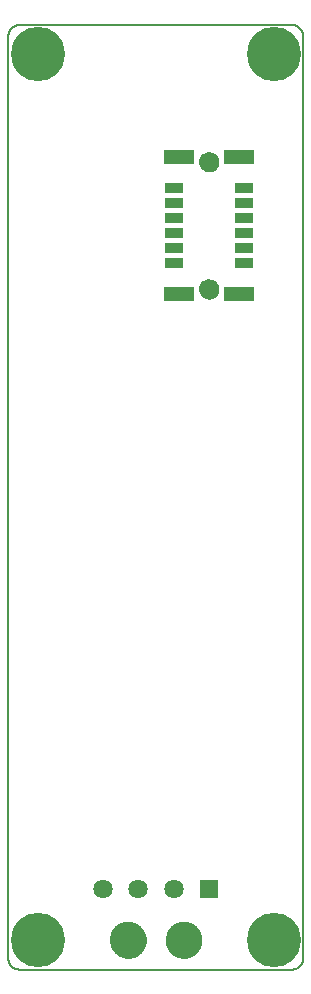
<source format=gbs>
G75*
%MOIN*%
%OFA0B0*%
%FSLAX25Y25*%
%IPPOS*%
%LPD*%
%AMOC8*
5,1,8,0,0,1.08239X$1,22.5*
%
%ADD10C,0.00500*%
%ADD11C,0.18117*%
%ADD12R,0.06306X0.03550*%
%ADD13R,0.10243X0.05124*%
%ADD14C,0.00000*%
%ADD15C,0.06699*%
%ADD16R,0.06424X0.06424*%
%ADD17C,0.06424*%
%ADD18C,0.12211*%
D10*
X0005000Y0013705D02*
X0005000Y0320791D01*
X0005002Y0320915D01*
X0005008Y0321038D01*
X0005017Y0321162D01*
X0005031Y0321284D01*
X0005048Y0321407D01*
X0005070Y0321529D01*
X0005095Y0321650D01*
X0005124Y0321770D01*
X0005156Y0321889D01*
X0005193Y0322008D01*
X0005233Y0322125D01*
X0005276Y0322240D01*
X0005324Y0322355D01*
X0005375Y0322467D01*
X0005429Y0322578D01*
X0005487Y0322688D01*
X0005548Y0322795D01*
X0005613Y0322901D01*
X0005681Y0323004D01*
X0005752Y0323105D01*
X0005826Y0323204D01*
X0005903Y0323301D01*
X0005984Y0323395D01*
X0006067Y0323486D01*
X0006153Y0323575D01*
X0006242Y0323661D01*
X0006333Y0323744D01*
X0006427Y0323825D01*
X0006524Y0323902D01*
X0006623Y0323976D01*
X0006724Y0324047D01*
X0006827Y0324115D01*
X0006933Y0324180D01*
X0007040Y0324241D01*
X0007150Y0324299D01*
X0007261Y0324353D01*
X0007373Y0324404D01*
X0007488Y0324452D01*
X0007603Y0324495D01*
X0007720Y0324535D01*
X0007839Y0324572D01*
X0007958Y0324604D01*
X0008078Y0324633D01*
X0008199Y0324658D01*
X0008321Y0324680D01*
X0008444Y0324697D01*
X0008566Y0324711D01*
X0008690Y0324720D01*
X0008813Y0324726D01*
X0008937Y0324728D01*
X0099488Y0324728D01*
X0099612Y0324726D01*
X0099735Y0324720D01*
X0099859Y0324711D01*
X0099981Y0324697D01*
X0100104Y0324680D01*
X0100226Y0324658D01*
X0100347Y0324633D01*
X0100467Y0324604D01*
X0100586Y0324572D01*
X0100705Y0324535D01*
X0100822Y0324495D01*
X0100937Y0324452D01*
X0101052Y0324404D01*
X0101164Y0324353D01*
X0101275Y0324299D01*
X0101385Y0324241D01*
X0101492Y0324180D01*
X0101598Y0324115D01*
X0101701Y0324047D01*
X0101802Y0323976D01*
X0101901Y0323902D01*
X0101998Y0323825D01*
X0102092Y0323744D01*
X0102183Y0323661D01*
X0102272Y0323575D01*
X0102358Y0323486D01*
X0102441Y0323395D01*
X0102522Y0323301D01*
X0102599Y0323204D01*
X0102673Y0323105D01*
X0102744Y0323004D01*
X0102812Y0322901D01*
X0102877Y0322795D01*
X0102938Y0322688D01*
X0102996Y0322578D01*
X0103050Y0322467D01*
X0103101Y0322355D01*
X0103149Y0322240D01*
X0103192Y0322125D01*
X0103232Y0322008D01*
X0103269Y0321889D01*
X0103301Y0321770D01*
X0103330Y0321650D01*
X0103355Y0321529D01*
X0103377Y0321407D01*
X0103394Y0321284D01*
X0103408Y0321162D01*
X0103417Y0321038D01*
X0103423Y0320915D01*
X0103425Y0320791D01*
X0103425Y0013705D01*
X0103423Y0013581D01*
X0103417Y0013458D01*
X0103408Y0013334D01*
X0103394Y0013212D01*
X0103377Y0013089D01*
X0103355Y0012967D01*
X0103330Y0012846D01*
X0103301Y0012726D01*
X0103269Y0012607D01*
X0103232Y0012488D01*
X0103192Y0012371D01*
X0103149Y0012256D01*
X0103101Y0012141D01*
X0103050Y0012029D01*
X0102996Y0011918D01*
X0102938Y0011808D01*
X0102877Y0011701D01*
X0102812Y0011595D01*
X0102744Y0011492D01*
X0102673Y0011391D01*
X0102599Y0011292D01*
X0102522Y0011195D01*
X0102441Y0011101D01*
X0102358Y0011010D01*
X0102272Y0010921D01*
X0102183Y0010835D01*
X0102092Y0010752D01*
X0101998Y0010671D01*
X0101901Y0010594D01*
X0101802Y0010520D01*
X0101701Y0010449D01*
X0101598Y0010381D01*
X0101492Y0010316D01*
X0101385Y0010255D01*
X0101275Y0010197D01*
X0101164Y0010143D01*
X0101052Y0010092D01*
X0100937Y0010044D01*
X0100822Y0010001D01*
X0100705Y0009961D01*
X0100586Y0009924D01*
X0100467Y0009892D01*
X0100347Y0009863D01*
X0100226Y0009838D01*
X0100104Y0009816D01*
X0099981Y0009799D01*
X0099859Y0009785D01*
X0099735Y0009776D01*
X0099612Y0009770D01*
X0099488Y0009768D01*
X0008937Y0009768D01*
X0008813Y0009770D01*
X0008690Y0009776D01*
X0008566Y0009785D01*
X0008444Y0009799D01*
X0008321Y0009816D01*
X0008199Y0009838D01*
X0008078Y0009863D01*
X0007958Y0009892D01*
X0007839Y0009924D01*
X0007720Y0009961D01*
X0007603Y0010001D01*
X0007488Y0010044D01*
X0007373Y0010092D01*
X0007261Y0010143D01*
X0007150Y0010197D01*
X0007040Y0010255D01*
X0006933Y0010316D01*
X0006827Y0010381D01*
X0006724Y0010449D01*
X0006623Y0010520D01*
X0006524Y0010594D01*
X0006427Y0010671D01*
X0006333Y0010752D01*
X0006242Y0010835D01*
X0006153Y0010921D01*
X0006067Y0011010D01*
X0005984Y0011101D01*
X0005903Y0011195D01*
X0005826Y0011292D01*
X0005752Y0011391D01*
X0005681Y0011492D01*
X0005613Y0011595D01*
X0005548Y0011701D01*
X0005487Y0011808D01*
X0005429Y0011918D01*
X0005375Y0012029D01*
X0005324Y0012141D01*
X0005276Y0012256D01*
X0005233Y0012371D01*
X0005193Y0012488D01*
X0005156Y0012607D01*
X0005124Y0012726D01*
X0005095Y0012846D01*
X0005070Y0012967D01*
X0005048Y0013089D01*
X0005031Y0013212D01*
X0005017Y0013334D01*
X0005008Y0013458D01*
X0005002Y0013581D01*
X0005000Y0013705D01*
D11*
X0014843Y0019610D03*
X0093583Y0019610D03*
X0093583Y0314886D03*
X0014843Y0314886D03*
D12*
X0060315Y0270260D03*
X0060315Y0265260D03*
X0060315Y0260260D03*
X0060315Y0255260D03*
X0060315Y0250260D03*
X0060315Y0245260D03*
X0083543Y0245260D03*
X0083543Y0250260D03*
X0083543Y0255260D03*
X0083543Y0260260D03*
X0083543Y0265260D03*
X0083543Y0270260D03*
D13*
X0081969Y0280634D03*
X0081969Y0234965D03*
X0061890Y0234965D03*
X0061890Y0280634D03*
D14*
X0068779Y0279000D02*
X0068781Y0279112D01*
X0068787Y0279223D01*
X0068797Y0279335D01*
X0068811Y0279446D01*
X0068828Y0279556D01*
X0068850Y0279666D01*
X0068876Y0279775D01*
X0068905Y0279883D01*
X0068938Y0279989D01*
X0068975Y0280095D01*
X0069016Y0280199D01*
X0069061Y0280302D01*
X0069109Y0280403D01*
X0069160Y0280502D01*
X0069215Y0280599D01*
X0069274Y0280694D01*
X0069335Y0280788D01*
X0069400Y0280879D01*
X0069469Y0280967D01*
X0069540Y0281053D01*
X0069614Y0281137D01*
X0069692Y0281217D01*
X0069772Y0281295D01*
X0069855Y0281371D01*
X0069940Y0281443D01*
X0070028Y0281512D01*
X0070118Y0281578D01*
X0070211Y0281640D01*
X0070306Y0281700D01*
X0070403Y0281756D01*
X0070501Y0281808D01*
X0070602Y0281857D01*
X0070704Y0281902D01*
X0070808Y0281944D01*
X0070913Y0281982D01*
X0071020Y0282016D01*
X0071127Y0282046D01*
X0071236Y0282073D01*
X0071345Y0282095D01*
X0071456Y0282114D01*
X0071566Y0282129D01*
X0071678Y0282140D01*
X0071789Y0282147D01*
X0071901Y0282150D01*
X0072013Y0282149D01*
X0072125Y0282144D01*
X0072236Y0282135D01*
X0072347Y0282122D01*
X0072458Y0282105D01*
X0072568Y0282085D01*
X0072677Y0282060D01*
X0072785Y0282032D01*
X0072892Y0281999D01*
X0072998Y0281963D01*
X0073102Y0281923D01*
X0073205Y0281880D01*
X0073307Y0281833D01*
X0073406Y0281782D01*
X0073504Y0281728D01*
X0073600Y0281670D01*
X0073694Y0281609D01*
X0073785Y0281545D01*
X0073874Y0281478D01*
X0073961Y0281407D01*
X0074045Y0281333D01*
X0074127Y0281257D01*
X0074205Y0281177D01*
X0074281Y0281095D01*
X0074354Y0281010D01*
X0074424Y0280923D01*
X0074490Y0280833D01*
X0074554Y0280741D01*
X0074614Y0280647D01*
X0074671Y0280551D01*
X0074724Y0280452D01*
X0074774Y0280352D01*
X0074820Y0280251D01*
X0074863Y0280147D01*
X0074902Y0280042D01*
X0074937Y0279936D01*
X0074968Y0279829D01*
X0074996Y0279720D01*
X0075019Y0279611D01*
X0075039Y0279501D01*
X0075055Y0279390D01*
X0075067Y0279279D01*
X0075075Y0279168D01*
X0075079Y0279056D01*
X0075079Y0278944D01*
X0075075Y0278832D01*
X0075067Y0278721D01*
X0075055Y0278610D01*
X0075039Y0278499D01*
X0075019Y0278389D01*
X0074996Y0278280D01*
X0074968Y0278171D01*
X0074937Y0278064D01*
X0074902Y0277958D01*
X0074863Y0277853D01*
X0074820Y0277749D01*
X0074774Y0277648D01*
X0074724Y0277548D01*
X0074671Y0277449D01*
X0074614Y0277353D01*
X0074554Y0277259D01*
X0074490Y0277167D01*
X0074424Y0277077D01*
X0074354Y0276990D01*
X0074281Y0276905D01*
X0074205Y0276823D01*
X0074127Y0276743D01*
X0074045Y0276667D01*
X0073961Y0276593D01*
X0073874Y0276522D01*
X0073785Y0276455D01*
X0073694Y0276391D01*
X0073600Y0276330D01*
X0073504Y0276272D01*
X0073406Y0276218D01*
X0073307Y0276167D01*
X0073205Y0276120D01*
X0073102Y0276077D01*
X0072998Y0276037D01*
X0072892Y0276001D01*
X0072785Y0275968D01*
X0072677Y0275940D01*
X0072568Y0275915D01*
X0072458Y0275895D01*
X0072347Y0275878D01*
X0072236Y0275865D01*
X0072125Y0275856D01*
X0072013Y0275851D01*
X0071901Y0275850D01*
X0071789Y0275853D01*
X0071678Y0275860D01*
X0071566Y0275871D01*
X0071456Y0275886D01*
X0071345Y0275905D01*
X0071236Y0275927D01*
X0071127Y0275954D01*
X0071020Y0275984D01*
X0070913Y0276018D01*
X0070808Y0276056D01*
X0070704Y0276098D01*
X0070602Y0276143D01*
X0070501Y0276192D01*
X0070403Y0276244D01*
X0070306Y0276300D01*
X0070211Y0276360D01*
X0070118Y0276422D01*
X0070028Y0276488D01*
X0069940Y0276557D01*
X0069855Y0276629D01*
X0069772Y0276705D01*
X0069692Y0276783D01*
X0069614Y0276863D01*
X0069540Y0276947D01*
X0069469Y0277033D01*
X0069400Y0277121D01*
X0069335Y0277212D01*
X0069274Y0277306D01*
X0069215Y0277401D01*
X0069160Y0277498D01*
X0069109Y0277597D01*
X0069061Y0277698D01*
X0069016Y0277801D01*
X0068975Y0277905D01*
X0068938Y0278011D01*
X0068905Y0278117D01*
X0068876Y0278225D01*
X0068850Y0278334D01*
X0068828Y0278444D01*
X0068811Y0278554D01*
X0068797Y0278665D01*
X0068787Y0278777D01*
X0068781Y0278888D01*
X0068779Y0279000D01*
X0068781Y0279112D01*
X0068787Y0279223D01*
X0068797Y0279335D01*
X0068811Y0279446D01*
X0068828Y0279556D01*
X0068850Y0279666D01*
X0068876Y0279775D01*
X0068905Y0279883D01*
X0068938Y0279989D01*
X0068975Y0280095D01*
X0069016Y0280199D01*
X0069061Y0280302D01*
X0069109Y0280403D01*
X0069160Y0280502D01*
X0069215Y0280599D01*
X0069274Y0280694D01*
X0069335Y0280788D01*
X0069400Y0280879D01*
X0069469Y0280967D01*
X0069540Y0281053D01*
X0069614Y0281137D01*
X0069692Y0281217D01*
X0069772Y0281295D01*
X0069855Y0281371D01*
X0069940Y0281443D01*
X0070028Y0281512D01*
X0070118Y0281578D01*
X0070211Y0281640D01*
X0070306Y0281700D01*
X0070403Y0281756D01*
X0070501Y0281808D01*
X0070602Y0281857D01*
X0070704Y0281902D01*
X0070808Y0281944D01*
X0070913Y0281982D01*
X0071020Y0282016D01*
X0071127Y0282046D01*
X0071236Y0282073D01*
X0071345Y0282095D01*
X0071456Y0282114D01*
X0071566Y0282129D01*
X0071678Y0282140D01*
X0071789Y0282147D01*
X0071901Y0282150D01*
X0072013Y0282149D01*
X0072125Y0282144D01*
X0072236Y0282135D01*
X0072347Y0282122D01*
X0072458Y0282105D01*
X0072568Y0282085D01*
X0072677Y0282060D01*
X0072785Y0282032D01*
X0072892Y0281999D01*
X0072998Y0281963D01*
X0073102Y0281923D01*
X0073205Y0281880D01*
X0073307Y0281833D01*
X0073406Y0281782D01*
X0073504Y0281728D01*
X0073600Y0281670D01*
X0073694Y0281609D01*
X0073785Y0281545D01*
X0073874Y0281478D01*
X0073961Y0281407D01*
X0074045Y0281333D01*
X0074127Y0281257D01*
X0074205Y0281177D01*
X0074281Y0281095D01*
X0074354Y0281010D01*
X0074424Y0280923D01*
X0074490Y0280833D01*
X0074554Y0280741D01*
X0074614Y0280647D01*
X0074671Y0280551D01*
X0074724Y0280452D01*
X0074774Y0280352D01*
X0074820Y0280251D01*
X0074863Y0280147D01*
X0074902Y0280042D01*
X0074937Y0279936D01*
X0074968Y0279829D01*
X0074996Y0279720D01*
X0075019Y0279611D01*
X0075039Y0279501D01*
X0075055Y0279390D01*
X0075067Y0279279D01*
X0075075Y0279168D01*
X0075079Y0279056D01*
X0075079Y0278944D01*
X0075075Y0278832D01*
X0075067Y0278721D01*
X0075055Y0278610D01*
X0075039Y0278499D01*
X0075019Y0278389D01*
X0074996Y0278280D01*
X0074968Y0278171D01*
X0074937Y0278064D01*
X0074902Y0277958D01*
X0074863Y0277853D01*
X0074820Y0277749D01*
X0074774Y0277648D01*
X0074724Y0277548D01*
X0074671Y0277449D01*
X0074614Y0277353D01*
X0074554Y0277259D01*
X0074490Y0277167D01*
X0074424Y0277077D01*
X0074354Y0276990D01*
X0074281Y0276905D01*
X0074205Y0276823D01*
X0074127Y0276743D01*
X0074045Y0276667D01*
X0073961Y0276593D01*
X0073874Y0276522D01*
X0073785Y0276455D01*
X0073694Y0276391D01*
X0073600Y0276330D01*
X0073504Y0276272D01*
X0073406Y0276218D01*
X0073307Y0276167D01*
X0073205Y0276120D01*
X0073102Y0276077D01*
X0072998Y0276037D01*
X0072892Y0276001D01*
X0072785Y0275968D01*
X0072677Y0275940D01*
X0072568Y0275915D01*
X0072458Y0275895D01*
X0072347Y0275878D01*
X0072236Y0275865D01*
X0072125Y0275856D01*
X0072013Y0275851D01*
X0071901Y0275850D01*
X0071789Y0275853D01*
X0071678Y0275860D01*
X0071566Y0275871D01*
X0071456Y0275886D01*
X0071345Y0275905D01*
X0071236Y0275927D01*
X0071127Y0275954D01*
X0071020Y0275984D01*
X0070913Y0276018D01*
X0070808Y0276056D01*
X0070704Y0276098D01*
X0070602Y0276143D01*
X0070501Y0276192D01*
X0070403Y0276244D01*
X0070306Y0276300D01*
X0070211Y0276360D01*
X0070118Y0276422D01*
X0070028Y0276488D01*
X0069940Y0276557D01*
X0069855Y0276629D01*
X0069772Y0276705D01*
X0069692Y0276783D01*
X0069614Y0276863D01*
X0069540Y0276947D01*
X0069469Y0277033D01*
X0069400Y0277121D01*
X0069335Y0277212D01*
X0069274Y0277306D01*
X0069215Y0277401D01*
X0069160Y0277498D01*
X0069109Y0277597D01*
X0069061Y0277698D01*
X0069016Y0277801D01*
X0068975Y0277905D01*
X0068938Y0278011D01*
X0068905Y0278117D01*
X0068876Y0278225D01*
X0068850Y0278334D01*
X0068828Y0278444D01*
X0068811Y0278554D01*
X0068797Y0278665D01*
X0068787Y0278777D01*
X0068781Y0278888D01*
X0068779Y0279000D01*
X0068779Y0236598D02*
X0068781Y0236710D01*
X0068787Y0236821D01*
X0068797Y0236933D01*
X0068811Y0237044D01*
X0068828Y0237154D01*
X0068850Y0237264D01*
X0068876Y0237373D01*
X0068905Y0237481D01*
X0068938Y0237587D01*
X0068975Y0237693D01*
X0069016Y0237797D01*
X0069061Y0237900D01*
X0069109Y0238001D01*
X0069160Y0238100D01*
X0069215Y0238197D01*
X0069274Y0238292D01*
X0069335Y0238386D01*
X0069400Y0238477D01*
X0069469Y0238565D01*
X0069540Y0238651D01*
X0069614Y0238735D01*
X0069692Y0238815D01*
X0069772Y0238893D01*
X0069855Y0238969D01*
X0069940Y0239041D01*
X0070028Y0239110D01*
X0070118Y0239176D01*
X0070211Y0239238D01*
X0070306Y0239298D01*
X0070403Y0239354D01*
X0070501Y0239406D01*
X0070602Y0239455D01*
X0070704Y0239500D01*
X0070808Y0239542D01*
X0070913Y0239580D01*
X0071020Y0239614D01*
X0071127Y0239644D01*
X0071236Y0239671D01*
X0071345Y0239693D01*
X0071456Y0239712D01*
X0071566Y0239727D01*
X0071678Y0239738D01*
X0071789Y0239745D01*
X0071901Y0239748D01*
X0072013Y0239747D01*
X0072125Y0239742D01*
X0072236Y0239733D01*
X0072347Y0239720D01*
X0072458Y0239703D01*
X0072568Y0239683D01*
X0072677Y0239658D01*
X0072785Y0239630D01*
X0072892Y0239597D01*
X0072998Y0239561D01*
X0073102Y0239521D01*
X0073205Y0239478D01*
X0073307Y0239431D01*
X0073406Y0239380D01*
X0073504Y0239326D01*
X0073600Y0239268D01*
X0073694Y0239207D01*
X0073785Y0239143D01*
X0073874Y0239076D01*
X0073961Y0239005D01*
X0074045Y0238931D01*
X0074127Y0238855D01*
X0074205Y0238775D01*
X0074281Y0238693D01*
X0074354Y0238608D01*
X0074424Y0238521D01*
X0074490Y0238431D01*
X0074554Y0238339D01*
X0074614Y0238245D01*
X0074671Y0238149D01*
X0074724Y0238050D01*
X0074774Y0237950D01*
X0074820Y0237849D01*
X0074863Y0237745D01*
X0074902Y0237640D01*
X0074937Y0237534D01*
X0074968Y0237427D01*
X0074996Y0237318D01*
X0075019Y0237209D01*
X0075039Y0237099D01*
X0075055Y0236988D01*
X0075067Y0236877D01*
X0075075Y0236766D01*
X0075079Y0236654D01*
X0075079Y0236542D01*
X0075075Y0236430D01*
X0075067Y0236319D01*
X0075055Y0236208D01*
X0075039Y0236097D01*
X0075019Y0235987D01*
X0074996Y0235878D01*
X0074968Y0235769D01*
X0074937Y0235662D01*
X0074902Y0235556D01*
X0074863Y0235451D01*
X0074820Y0235347D01*
X0074774Y0235246D01*
X0074724Y0235146D01*
X0074671Y0235047D01*
X0074614Y0234951D01*
X0074554Y0234857D01*
X0074490Y0234765D01*
X0074424Y0234675D01*
X0074354Y0234588D01*
X0074281Y0234503D01*
X0074205Y0234421D01*
X0074127Y0234341D01*
X0074045Y0234265D01*
X0073961Y0234191D01*
X0073874Y0234120D01*
X0073785Y0234053D01*
X0073694Y0233989D01*
X0073600Y0233928D01*
X0073504Y0233870D01*
X0073406Y0233816D01*
X0073307Y0233765D01*
X0073205Y0233718D01*
X0073102Y0233675D01*
X0072998Y0233635D01*
X0072892Y0233599D01*
X0072785Y0233566D01*
X0072677Y0233538D01*
X0072568Y0233513D01*
X0072458Y0233493D01*
X0072347Y0233476D01*
X0072236Y0233463D01*
X0072125Y0233454D01*
X0072013Y0233449D01*
X0071901Y0233448D01*
X0071789Y0233451D01*
X0071678Y0233458D01*
X0071566Y0233469D01*
X0071456Y0233484D01*
X0071345Y0233503D01*
X0071236Y0233525D01*
X0071127Y0233552D01*
X0071020Y0233582D01*
X0070913Y0233616D01*
X0070808Y0233654D01*
X0070704Y0233696D01*
X0070602Y0233741D01*
X0070501Y0233790D01*
X0070403Y0233842D01*
X0070306Y0233898D01*
X0070211Y0233958D01*
X0070118Y0234020D01*
X0070028Y0234086D01*
X0069940Y0234155D01*
X0069855Y0234227D01*
X0069772Y0234303D01*
X0069692Y0234381D01*
X0069614Y0234461D01*
X0069540Y0234545D01*
X0069469Y0234631D01*
X0069400Y0234719D01*
X0069335Y0234810D01*
X0069274Y0234904D01*
X0069215Y0234999D01*
X0069160Y0235096D01*
X0069109Y0235195D01*
X0069061Y0235296D01*
X0069016Y0235399D01*
X0068975Y0235503D01*
X0068938Y0235609D01*
X0068905Y0235715D01*
X0068876Y0235823D01*
X0068850Y0235932D01*
X0068828Y0236042D01*
X0068811Y0236152D01*
X0068797Y0236263D01*
X0068787Y0236375D01*
X0068781Y0236486D01*
X0068779Y0236598D01*
X0068781Y0236710D01*
X0068787Y0236821D01*
X0068797Y0236933D01*
X0068811Y0237044D01*
X0068828Y0237154D01*
X0068850Y0237264D01*
X0068876Y0237373D01*
X0068905Y0237481D01*
X0068938Y0237587D01*
X0068975Y0237693D01*
X0069016Y0237797D01*
X0069061Y0237900D01*
X0069109Y0238001D01*
X0069160Y0238100D01*
X0069215Y0238197D01*
X0069274Y0238292D01*
X0069335Y0238386D01*
X0069400Y0238477D01*
X0069469Y0238565D01*
X0069540Y0238651D01*
X0069614Y0238735D01*
X0069692Y0238815D01*
X0069772Y0238893D01*
X0069855Y0238969D01*
X0069940Y0239041D01*
X0070028Y0239110D01*
X0070118Y0239176D01*
X0070211Y0239238D01*
X0070306Y0239298D01*
X0070403Y0239354D01*
X0070501Y0239406D01*
X0070602Y0239455D01*
X0070704Y0239500D01*
X0070808Y0239542D01*
X0070913Y0239580D01*
X0071020Y0239614D01*
X0071127Y0239644D01*
X0071236Y0239671D01*
X0071345Y0239693D01*
X0071456Y0239712D01*
X0071566Y0239727D01*
X0071678Y0239738D01*
X0071789Y0239745D01*
X0071901Y0239748D01*
X0072013Y0239747D01*
X0072125Y0239742D01*
X0072236Y0239733D01*
X0072347Y0239720D01*
X0072458Y0239703D01*
X0072568Y0239683D01*
X0072677Y0239658D01*
X0072785Y0239630D01*
X0072892Y0239597D01*
X0072998Y0239561D01*
X0073102Y0239521D01*
X0073205Y0239478D01*
X0073307Y0239431D01*
X0073406Y0239380D01*
X0073504Y0239326D01*
X0073600Y0239268D01*
X0073694Y0239207D01*
X0073785Y0239143D01*
X0073874Y0239076D01*
X0073961Y0239005D01*
X0074045Y0238931D01*
X0074127Y0238855D01*
X0074205Y0238775D01*
X0074281Y0238693D01*
X0074354Y0238608D01*
X0074424Y0238521D01*
X0074490Y0238431D01*
X0074554Y0238339D01*
X0074614Y0238245D01*
X0074671Y0238149D01*
X0074724Y0238050D01*
X0074774Y0237950D01*
X0074820Y0237849D01*
X0074863Y0237745D01*
X0074902Y0237640D01*
X0074937Y0237534D01*
X0074968Y0237427D01*
X0074996Y0237318D01*
X0075019Y0237209D01*
X0075039Y0237099D01*
X0075055Y0236988D01*
X0075067Y0236877D01*
X0075075Y0236766D01*
X0075079Y0236654D01*
X0075079Y0236542D01*
X0075075Y0236430D01*
X0075067Y0236319D01*
X0075055Y0236208D01*
X0075039Y0236097D01*
X0075019Y0235987D01*
X0074996Y0235878D01*
X0074968Y0235769D01*
X0074937Y0235662D01*
X0074902Y0235556D01*
X0074863Y0235451D01*
X0074820Y0235347D01*
X0074774Y0235246D01*
X0074724Y0235146D01*
X0074671Y0235047D01*
X0074614Y0234951D01*
X0074554Y0234857D01*
X0074490Y0234765D01*
X0074424Y0234675D01*
X0074354Y0234588D01*
X0074281Y0234503D01*
X0074205Y0234421D01*
X0074127Y0234341D01*
X0074045Y0234265D01*
X0073961Y0234191D01*
X0073874Y0234120D01*
X0073785Y0234053D01*
X0073694Y0233989D01*
X0073600Y0233928D01*
X0073504Y0233870D01*
X0073406Y0233816D01*
X0073307Y0233765D01*
X0073205Y0233718D01*
X0073102Y0233675D01*
X0072998Y0233635D01*
X0072892Y0233599D01*
X0072785Y0233566D01*
X0072677Y0233538D01*
X0072568Y0233513D01*
X0072458Y0233493D01*
X0072347Y0233476D01*
X0072236Y0233463D01*
X0072125Y0233454D01*
X0072013Y0233449D01*
X0071901Y0233448D01*
X0071789Y0233451D01*
X0071678Y0233458D01*
X0071566Y0233469D01*
X0071456Y0233484D01*
X0071345Y0233503D01*
X0071236Y0233525D01*
X0071127Y0233552D01*
X0071020Y0233582D01*
X0070913Y0233616D01*
X0070808Y0233654D01*
X0070704Y0233696D01*
X0070602Y0233741D01*
X0070501Y0233790D01*
X0070403Y0233842D01*
X0070306Y0233898D01*
X0070211Y0233958D01*
X0070118Y0234020D01*
X0070028Y0234086D01*
X0069940Y0234155D01*
X0069855Y0234227D01*
X0069772Y0234303D01*
X0069692Y0234381D01*
X0069614Y0234461D01*
X0069540Y0234545D01*
X0069469Y0234631D01*
X0069400Y0234719D01*
X0069335Y0234810D01*
X0069274Y0234904D01*
X0069215Y0234999D01*
X0069160Y0235096D01*
X0069109Y0235195D01*
X0069061Y0235296D01*
X0069016Y0235399D01*
X0068975Y0235503D01*
X0068938Y0235609D01*
X0068905Y0235715D01*
X0068876Y0235823D01*
X0068850Y0235932D01*
X0068828Y0236042D01*
X0068811Y0236152D01*
X0068797Y0236263D01*
X0068787Y0236375D01*
X0068781Y0236486D01*
X0068779Y0236598D01*
X0057559Y0019610D02*
X0057561Y0019763D01*
X0057567Y0019917D01*
X0057577Y0020070D01*
X0057591Y0020222D01*
X0057609Y0020375D01*
X0057631Y0020526D01*
X0057656Y0020677D01*
X0057686Y0020828D01*
X0057720Y0020978D01*
X0057757Y0021126D01*
X0057798Y0021274D01*
X0057843Y0021420D01*
X0057892Y0021566D01*
X0057945Y0021710D01*
X0058001Y0021852D01*
X0058061Y0021993D01*
X0058125Y0022133D01*
X0058192Y0022271D01*
X0058263Y0022407D01*
X0058338Y0022541D01*
X0058415Y0022673D01*
X0058497Y0022803D01*
X0058581Y0022931D01*
X0058669Y0023057D01*
X0058760Y0023180D01*
X0058854Y0023301D01*
X0058952Y0023419D01*
X0059052Y0023535D01*
X0059156Y0023648D01*
X0059262Y0023759D01*
X0059371Y0023867D01*
X0059483Y0023972D01*
X0059597Y0024073D01*
X0059715Y0024172D01*
X0059834Y0024268D01*
X0059956Y0024361D01*
X0060081Y0024450D01*
X0060208Y0024537D01*
X0060337Y0024619D01*
X0060468Y0024699D01*
X0060601Y0024775D01*
X0060736Y0024848D01*
X0060873Y0024917D01*
X0061012Y0024982D01*
X0061152Y0025044D01*
X0061294Y0025102D01*
X0061437Y0025157D01*
X0061582Y0025208D01*
X0061728Y0025255D01*
X0061875Y0025298D01*
X0062023Y0025337D01*
X0062172Y0025373D01*
X0062322Y0025404D01*
X0062473Y0025432D01*
X0062624Y0025456D01*
X0062777Y0025476D01*
X0062929Y0025492D01*
X0063082Y0025504D01*
X0063235Y0025512D01*
X0063388Y0025516D01*
X0063542Y0025516D01*
X0063695Y0025512D01*
X0063848Y0025504D01*
X0064001Y0025492D01*
X0064153Y0025476D01*
X0064306Y0025456D01*
X0064457Y0025432D01*
X0064608Y0025404D01*
X0064758Y0025373D01*
X0064907Y0025337D01*
X0065055Y0025298D01*
X0065202Y0025255D01*
X0065348Y0025208D01*
X0065493Y0025157D01*
X0065636Y0025102D01*
X0065778Y0025044D01*
X0065918Y0024982D01*
X0066057Y0024917D01*
X0066194Y0024848D01*
X0066329Y0024775D01*
X0066462Y0024699D01*
X0066593Y0024619D01*
X0066722Y0024537D01*
X0066849Y0024450D01*
X0066974Y0024361D01*
X0067096Y0024268D01*
X0067215Y0024172D01*
X0067333Y0024073D01*
X0067447Y0023972D01*
X0067559Y0023867D01*
X0067668Y0023759D01*
X0067774Y0023648D01*
X0067878Y0023535D01*
X0067978Y0023419D01*
X0068076Y0023301D01*
X0068170Y0023180D01*
X0068261Y0023057D01*
X0068349Y0022931D01*
X0068433Y0022803D01*
X0068515Y0022673D01*
X0068592Y0022541D01*
X0068667Y0022407D01*
X0068738Y0022271D01*
X0068805Y0022133D01*
X0068869Y0021993D01*
X0068929Y0021852D01*
X0068985Y0021710D01*
X0069038Y0021566D01*
X0069087Y0021420D01*
X0069132Y0021274D01*
X0069173Y0021126D01*
X0069210Y0020978D01*
X0069244Y0020828D01*
X0069274Y0020677D01*
X0069299Y0020526D01*
X0069321Y0020375D01*
X0069339Y0020222D01*
X0069353Y0020070D01*
X0069363Y0019917D01*
X0069369Y0019763D01*
X0069371Y0019610D01*
X0069369Y0019457D01*
X0069363Y0019303D01*
X0069353Y0019150D01*
X0069339Y0018998D01*
X0069321Y0018845D01*
X0069299Y0018694D01*
X0069274Y0018543D01*
X0069244Y0018392D01*
X0069210Y0018242D01*
X0069173Y0018094D01*
X0069132Y0017946D01*
X0069087Y0017800D01*
X0069038Y0017654D01*
X0068985Y0017510D01*
X0068929Y0017368D01*
X0068869Y0017227D01*
X0068805Y0017087D01*
X0068738Y0016949D01*
X0068667Y0016813D01*
X0068592Y0016679D01*
X0068515Y0016547D01*
X0068433Y0016417D01*
X0068349Y0016289D01*
X0068261Y0016163D01*
X0068170Y0016040D01*
X0068076Y0015919D01*
X0067978Y0015801D01*
X0067878Y0015685D01*
X0067774Y0015572D01*
X0067668Y0015461D01*
X0067559Y0015353D01*
X0067447Y0015248D01*
X0067333Y0015147D01*
X0067215Y0015048D01*
X0067096Y0014952D01*
X0066974Y0014859D01*
X0066849Y0014770D01*
X0066722Y0014683D01*
X0066593Y0014601D01*
X0066462Y0014521D01*
X0066329Y0014445D01*
X0066194Y0014372D01*
X0066057Y0014303D01*
X0065918Y0014238D01*
X0065778Y0014176D01*
X0065636Y0014118D01*
X0065493Y0014063D01*
X0065348Y0014012D01*
X0065202Y0013965D01*
X0065055Y0013922D01*
X0064907Y0013883D01*
X0064758Y0013847D01*
X0064608Y0013816D01*
X0064457Y0013788D01*
X0064306Y0013764D01*
X0064153Y0013744D01*
X0064001Y0013728D01*
X0063848Y0013716D01*
X0063695Y0013708D01*
X0063542Y0013704D01*
X0063388Y0013704D01*
X0063235Y0013708D01*
X0063082Y0013716D01*
X0062929Y0013728D01*
X0062777Y0013744D01*
X0062624Y0013764D01*
X0062473Y0013788D01*
X0062322Y0013816D01*
X0062172Y0013847D01*
X0062023Y0013883D01*
X0061875Y0013922D01*
X0061728Y0013965D01*
X0061582Y0014012D01*
X0061437Y0014063D01*
X0061294Y0014118D01*
X0061152Y0014176D01*
X0061012Y0014238D01*
X0060873Y0014303D01*
X0060736Y0014372D01*
X0060601Y0014445D01*
X0060468Y0014521D01*
X0060337Y0014601D01*
X0060208Y0014683D01*
X0060081Y0014770D01*
X0059956Y0014859D01*
X0059834Y0014952D01*
X0059715Y0015048D01*
X0059597Y0015147D01*
X0059483Y0015248D01*
X0059371Y0015353D01*
X0059262Y0015461D01*
X0059156Y0015572D01*
X0059052Y0015685D01*
X0058952Y0015801D01*
X0058854Y0015919D01*
X0058760Y0016040D01*
X0058669Y0016163D01*
X0058581Y0016289D01*
X0058497Y0016417D01*
X0058415Y0016547D01*
X0058338Y0016679D01*
X0058263Y0016813D01*
X0058192Y0016949D01*
X0058125Y0017087D01*
X0058061Y0017227D01*
X0058001Y0017368D01*
X0057945Y0017510D01*
X0057892Y0017654D01*
X0057843Y0017800D01*
X0057798Y0017946D01*
X0057757Y0018094D01*
X0057720Y0018242D01*
X0057686Y0018392D01*
X0057656Y0018543D01*
X0057631Y0018694D01*
X0057609Y0018845D01*
X0057591Y0018998D01*
X0057577Y0019150D01*
X0057567Y0019303D01*
X0057561Y0019457D01*
X0057559Y0019610D01*
X0039055Y0019610D02*
X0039057Y0019763D01*
X0039063Y0019917D01*
X0039073Y0020070D01*
X0039087Y0020222D01*
X0039105Y0020375D01*
X0039127Y0020526D01*
X0039152Y0020677D01*
X0039182Y0020828D01*
X0039216Y0020978D01*
X0039253Y0021126D01*
X0039294Y0021274D01*
X0039339Y0021420D01*
X0039388Y0021566D01*
X0039441Y0021710D01*
X0039497Y0021852D01*
X0039557Y0021993D01*
X0039621Y0022133D01*
X0039688Y0022271D01*
X0039759Y0022407D01*
X0039834Y0022541D01*
X0039911Y0022673D01*
X0039993Y0022803D01*
X0040077Y0022931D01*
X0040165Y0023057D01*
X0040256Y0023180D01*
X0040350Y0023301D01*
X0040448Y0023419D01*
X0040548Y0023535D01*
X0040652Y0023648D01*
X0040758Y0023759D01*
X0040867Y0023867D01*
X0040979Y0023972D01*
X0041093Y0024073D01*
X0041211Y0024172D01*
X0041330Y0024268D01*
X0041452Y0024361D01*
X0041577Y0024450D01*
X0041704Y0024537D01*
X0041833Y0024619D01*
X0041964Y0024699D01*
X0042097Y0024775D01*
X0042232Y0024848D01*
X0042369Y0024917D01*
X0042508Y0024982D01*
X0042648Y0025044D01*
X0042790Y0025102D01*
X0042933Y0025157D01*
X0043078Y0025208D01*
X0043224Y0025255D01*
X0043371Y0025298D01*
X0043519Y0025337D01*
X0043668Y0025373D01*
X0043818Y0025404D01*
X0043969Y0025432D01*
X0044120Y0025456D01*
X0044273Y0025476D01*
X0044425Y0025492D01*
X0044578Y0025504D01*
X0044731Y0025512D01*
X0044884Y0025516D01*
X0045038Y0025516D01*
X0045191Y0025512D01*
X0045344Y0025504D01*
X0045497Y0025492D01*
X0045649Y0025476D01*
X0045802Y0025456D01*
X0045953Y0025432D01*
X0046104Y0025404D01*
X0046254Y0025373D01*
X0046403Y0025337D01*
X0046551Y0025298D01*
X0046698Y0025255D01*
X0046844Y0025208D01*
X0046989Y0025157D01*
X0047132Y0025102D01*
X0047274Y0025044D01*
X0047414Y0024982D01*
X0047553Y0024917D01*
X0047690Y0024848D01*
X0047825Y0024775D01*
X0047958Y0024699D01*
X0048089Y0024619D01*
X0048218Y0024537D01*
X0048345Y0024450D01*
X0048470Y0024361D01*
X0048592Y0024268D01*
X0048711Y0024172D01*
X0048829Y0024073D01*
X0048943Y0023972D01*
X0049055Y0023867D01*
X0049164Y0023759D01*
X0049270Y0023648D01*
X0049374Y0023535D01*
X0049474Y0023419D01*
X0049572Y0023301D01*
X0049666Y0023180D01*
X0049757Y0023057D01*
X0049845Y0022931D01*
X0049929Y0022803D01*
X0050011Y0022673D01*
X0050088Y0022541D01*
X0050163Y0022407D01*
X0050234Y0022271D01*
X0050301Y0022133D01*
X0050365Y0021993D01*
X0050425Y0021852D01*
X0050481Y0021710D01*
X0050534Y0021566D01*
X0050583Y0021420D01*
X0050628Y0021274D01*
X0050669Y0021126D01*
X0050706Y0020978D01*
X0050740Y0020828D01*
X0050770Y0020677D01*
X0050795Y0020526D01*
X0050817Y0020375D01*
X0050835Y0020222D01*
X0050849Y0020070D01*
X0050859Y0019917D01*
X0050865Y0019763D01*
X0050867Y0019610D01*
X0050865Y0019457D01*
X0050859Y0019303D01*
X0050849Y0019150D01*
X0050835Y0018998D01*
X0050817Y0018845D01*
X0050795Y0018694D01*
X0050770Y0018543D01*
X0050740Y0018392D01*
X0050706Y0018242D01*
X0050669Y0018094D01*
X0050628Y0017946D01*
X0050583Y0017800D01*
X0050534Y0017654D01*
X0050481Y0017510D01*
X0050425Y0017368D01*
X0050365Y0017227D01*
X0050301Y0017087D01*
X0050234Y0016949D01*
X0050163Y0016813D01*
X0050088Y0016679D01*
X0050011Y0016547D01*
X0049929Y0016417D01*
X0049845Y0016289D01*
X0049757Y0016163D01*
X0049666Y0016040D01*
X0049572Y0015919D01*
X0049474Y0015801D01*
X0049374Y0015685D01*
X0049270Y0015572D01*
X0049164Y0015461D01*
X0049055Y0015353D01*
X0048943Y0015248D01*
X0048829Y0015147D01*
X0048711Y0015048D01*
X0048592Y0014952D01*
X0048470Y0014859D01*
X0048345Y0014770D01*
X0048218Y0014683D01*
X0048089Y0014601D01*
X0047958Y0014521D01*
X0047825Y0014445D01*
X0047690Y0014372D01*
X0047553Y0014303D01*
X0047414Y0014238D01*
X0047274Y0014176D01*
X0047132Y0014118D01*
X0046989Y0014063D01*
X0046844Y0014012D01*
X0046698Y0013965D01*
X0046551Y0013922D01*
X0046403Y0013883D01*
X0046254Y0013847D01*
X0046104Y0013816D01*
X0045953Y0013788D01*
X0045802Y0013764D01*
X0045649Y0013744D01*
X0045497Y0013728D01*
X0045344Y0013716D01*
X0045191Y0013708D01*
X0045038Y0013704D01*
X0044884Y0013704D01*
X0044731Y0013708D01*
X0044578Y0013716D01*
X0044425Y0013728D01*
X0044273Y0013744D01*
X0044120Y0013764D01*
X0043969Y0013788D01*
X0043818Y0013816D01*
X0043668Y0013847D01*
X0043519Y0013883D01*
X0043371Y0013922D01*
X0043224Y0013965D01*
X0043078Y0014012D01*
X0042933Y0014063D01*
X0042790Y0014118D01*
X0042648Y0014176D01*
X0042508Y0014238D01*
X0042369Y0014303D01*
X0042232Y0014372D01*
X0042097Y0014445D01*
X0041964Y0014521D01*
X0041833Y0014601D01*
X0041704Y0014683D01*
X0041577Y0014770D01*
X0041452Y0014859D01*
X0041330Y0014952D01*
X0041211Y0015048D01*
X0041093Y0015147D01*
X0040979Y0015248D01*
X0040867Y0015353D01*
X0040758Y0015461D01*
X0040652Y0015572D01*
X0040548Y0015685D01*
X0040448Y0015801D01*
X0040350Y0015919D01*
X0040256Y0016040D01*
X0040165Y0016163D01*
X0040077Y0016289D01*
X0039993Y0016417D01*
X0039911Y0016547D01*
X0039834Y0016679D01*
X0039759Y0016813D01*
X0039688Y0016949D01*
X0039621Y0017087D01*
X0039557Y0017227D01*
X0039497Y0017368D01*
X0039441Y0017510D01*
X0039388Y0017654D01*
X0039339Y0017800D01*
X0039294Y0017946D01*
X0039253Y0018094D01*
X0039216Y0018242D01*
X0039182Y0018392D01*
X0039152Y0018543D01*
X0039127Y0018694D01*
X0039105Y0018845D01*
X0039087Y0018998D01*
X0039073Y0019150D01*
X0039063Y0019303D01*
X0039057Y0019457D01*
X0039055Y0019610D01*
D15*
X0071929Y0236598D03*
X0071929Y0236598D03*
X0071929Y0279000D03*
X0071929Y0279000D03*
D16*
X0071929Y0036618D03*
D17*
X0060118Y0036618D03*
X0048307Y0036618D03*
X0036496Y0036618D03*
D18*
X0044961Y0019610D03*
X0063465Y0019610D03*
M02*

</source>
